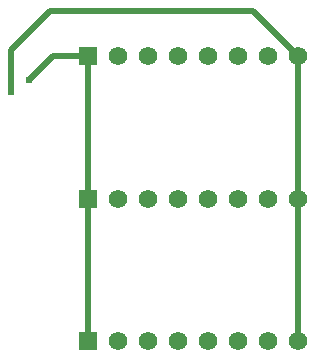
<source format=gbl>
G04 Layer: BottomLayer*
G04 EasyEDA v6.5.37, 2023-11-02 15:14:11*
G04 70c171ed55f9412ebf638e9d120c17bd,3a11b6de39944756a1cf0add2bf12301,10*
G04 Gerber Generator version 0.2*
G04 Scale: 100 percent, Rotated: No, Reflected: No *
G04 Dimensions in millimeters *
G04 leading zeros omitted , absolute positions ,4 integer and 5 decimal *
%FSLAX45Y45*%
%MOMM*%

%ADD10C,0.5000*%
%ADD11R,1.5748X1.5748*%
%ADD12C,1.5748*%
%ADD13C,0.6200*%

%LPD*%
D10*
X3987800Y3378200D02*
G01*
X3987800Y2171700D01*
X3987800Y4584700D02*
G01*
X3987800Y3378200D01*
X1562100Y4279900D02*
G01*
X1562100Y4635500D01*
X1892300Y4965700D01*
X3606800Y4965700D01*
X3987800Y4584700D01*
X2209800Y3378200D02*
G01*
X2209800Y2171700D01*
X2209800Y4584700D02*
G01*
X2209800Y3378200D01*
X1714500Y4381500D02*
G01*
X1917700Y4584700D01*
X2209800Y4584700D01*
D11*
G01*
X2209800Y2171700D03*
D12*
G01*
X2463800Y2171700D03*
G01*
X2717800Y2171700D03*
G01*
X2971800Y2171700D03*
G01*
X3225800Y2171700D03*
G01*
X3479800Y2171700D03*
G01*
X3733800Y2171700D03*
G01*
X3987800Y2171700D03*
D11*
G01*
X2209800Y3378200D03*
D12*
G01*
X2463800Y3378200D03*
G01*
X2717800Y3378200D03*
G01*
X2971800Y3378200D03*
G01*
X3225800Y3378200D03*
G01*
X3479800Y3378200D03*
G01*
X3733800Y3378200D03*
G01*
X3987800Y3378200D03*
D11*
G01*
X2209800Y4584700D03*
D12*
G01*
X2463800Y4584700D03*
G01*
X2717800Y4584700D03*
G01*
X2971800Y4584700D03*
G01*
X3225800Y4584700D03*
G01*
X3479800Y4584700D03*
G01*
X3733800Y4584700D03*
G01*
X3987800Y4584700D03*
D13*
G01*
X1714500Y4381500D03*
G01*
X1562100Y4279900D03*
M02*

</source>
